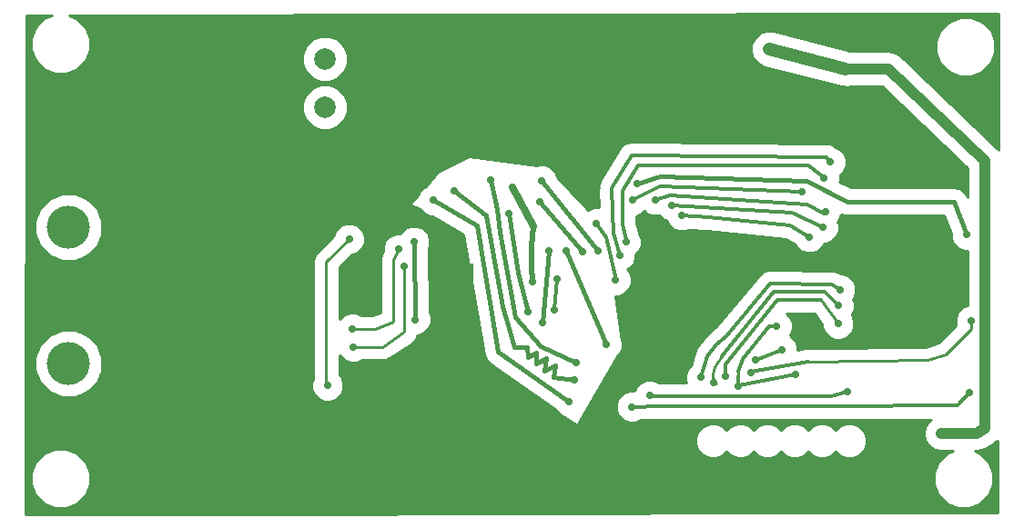
<source format=gbl>
G04 (created by PCBNEW (2013-08-24 BZR 4298)-stable) date Fri 06 Dec 2013 09:15:41 PM PST*
%MOIN*%
G04 Gerber Fmt 3.4, Leading zero omitted, Abs format*
%FSLAX34Y34*%
G01*
G70*
G90*
G04 APERTURE LIST*
%ADD10C,0.005906*%
%ADD11C,0.023622*%
%ADD12R,0.098400X0.098400*%
%ADD13C,0.157480*%
%ADD14C,0.078700*%
%ADD15C,0.027559*%
%ADD16C,0.011811*%
%ADD17C,0.009843*%
%ADD18C,0.027559*%
%ADD19C,0.019685*%
%ADD20C,0.039370*%
%ADD21C,0.047244*%
%ADD22C,0.015748*%
%ADD23C,0.010000*%
G04 APERTURE END LIST*
G54D10*
G54D11*
X26618Y-42019D03*
X26318Y-41719D03*
X26318Y-42319D03*
X26918Y-41719D03*
X26918Y-42319D03*
G54D12*
X26618Y-42019D03*
G54D13*
X12295Y-45200D03*
X12295Y-40200D03*
G54D14*
X21692Y-35791D03*
X21692Y-34019D03*
G54D15*
X38232Y-43826D03*
X38921Y-45590D03*
X36826Y-46023D03*
X31629Y-40059D03*
X32326Y-42133D03*
X29330Y-40153D03*
X28543Y-38716D03*
X29300Y-42200D03*
X37952Y-33661D03*
X44263Y-47763D03*
X24948Y-40736D03*
X25003Y-43582D03*
X32952Y-39208D03*
X39169Y-38881D03*
X29118Y-43299D03*
X28437Y-39708D03*
X30511Y-41062D03*
X31996Y-44500D03*
X43070Y-36500D03*
X25011Y-38610D03*
X18358Y-47059D03*
X21188Y-39149D03*
X28779Y-36082D03*
X18062Y-35464D03*
X23503Y-42952D03*
X30779Y-47940D03*
X42547Y-48905D03*
X34078Y-47921D03*
X39299Y-43511D03*
X39507Y-41377D03*
X31421Y-39299D03*
X12736Y-37224D03*
X38413Y-44685D03*
X37464Y-45066D03*
X22574Y-40629D03*
X21779Y-46000D03*
X30098Y-43232D03*
X30177Y-42106D03*
X30814Y-45787D03*
X26429Y-38858D03*
X30637Y-46586D03*
X25649Y-39208D03*
X29645Y-43700D03*
X29877Y-41062D03*
X30889Y-45165D03*
X27748Y-38472D03*
X29629Y-38488D03*
X31692Y-41074D03*
X45358Y-43633D03*
X37283Y-45527D03*
X36366Y-45669D03*
X40484Y-43740D03*
X40500Y-43066D03*
X35917Y-45889D03*
X40551Y-42480D03*
X35468Y-45708D03*
X45196Y-40468D03*
X33106Y-38590D03*
X33783Y-39192D03*
X40011Y-39625D03*
X32708Y-40744D03*
X39960Y-38389D03*
X32484Y-41216D03*
X40192Y-37807D03*
X39429Y-40559D03*
X34759Y-39755D03*
X34397Y-39397D03*
X39929Y-40200D03*
X45275Y-46263D03*
X32929Y-46779D03*
X33578Y-46374D03*
X40830Y-46220D03*
X24397Y-41007D03*
X22688Y-43921D03*
X24598Y-41637D03*
X22728Y-44582D03*
X29566Y-39271D03*
X31122Y-41082D03*
G54D16*
X36826Y-46023D02*
X36826Y-45653D01*
X37944Y-43826D02*
X38232Y-43826D01*
X36996Y-45043D02*
X37944Y-43826D01*
X36834Y-45480D02*
X36996Y-45043D01*
G54D17*
X36826Y-45653D02*
X36834Y-45480D01*
G54D16*
X36870Y-45980D02*
X38921Y-45590D01*
G54D17*
X36826Y-46023D02*
X36870Y-45980D01*
G54D16*
X31976Y-40570D02*
X31629Y-40059D01*
X32346Y-42114D02*
X31976Y-40570D01*
G54D17*
X32326Y-42133D02*
X32346Y-42114D01*
G54D18*
X28543Y-38716D02*
X29330Y-40153D01*
G54D19*
X29271Y-40905D02*
X29330Y-40153D01*
X29251Y-41620D02*
X29271Y-40905D01*
X29300Y-42200D02*
X29251Y-41620D01*
G54D20*
X40744Y-34385D02*
X42330Y-34385D01*
G54D21*
X37952Y-33661D02*
X40744Y-34385D01*
G54D20*
X45539Y-47763D02*
X44263Y-47763D01*
X45854Y-47578D02*
X45539Y-47763D01*
X45854Y-37763D02*
X45854Y-47578D01*
X42330Y-34385D02*
X45854Y-37763D01*
G54D22*
X24948Y-40736D02*
X25003Y-43582D01*
G54D16*
X39169Y-38881D02*
X33964Y-38696D01*
X33964Y-38696D02*
X32952Y-39208D01*
G54D22*
X29118Y-43299D02*
X28744Y-41854D01*
X28744Y-41854D02*
X28437Y-39708D01*
X31996Y-44500D02*
X30511Y-41062D01*
G54D19*
X25011Y-38610D02*
X25011Y-38570D01*
G54D20*
X28779Y-36082D02*
X28799Y-36062D01*
X18062Y-35464D02*
X18062Y-35523D01*
G54D18*
X23503Y-42952D02*
X23503Y-42964D01*
G54D20*
X42547Y-48905D02*
X42547Y-48885D01*
G54D22*
X34078Y-47921D02*
X34110Y-47937D01*
G54D17*
X39507Y-41377D02*
X39507Y-41370D01*
G54D20*
X12736Y-37224D02*
X12755Y-37224D01*
G54D16*
X37472Y-45074D02*
X38413Y-44685D01*
G54D17*
X37464Y-45066D02*
X37472Y-45074D01*
X21736Y-41468D02*
X22574Y-40629D01*
X21736Y-45956D02*
X21736Y-41468D01*
X21779Y-46000D02*
X21736Y-45956D01*
G54D16*
X30098Y-43232D02*
X30177Y-42106D01*
G54D22*
X30814Y-45787D02*
X30066Y-45688D01*
X30066Y-45688D02*
X30114Y-45267D01*
X30114Y-45267D02*
X29720Y-45452D01*
X29720Y-45452D02*
X29779Y-45011D01*
X29779Y-45011D02*
X29405Y-45204D01*
X29405Y-45204D02*
X29413Y-44791D01*
X29413Y-44791D02*
X29118Y-44976D01*
X29118Y-44976D02*
X29090Y-44590D01*
X29090Y-44590D02*
X28610Y-44590D01*
X28610Y-44590D02*
X28177Y-43094D01*
X27586Y-39759D02*
X26429Y-38858D01*
X28177Y-43094D02*
X27586Y-39759D01*
X30637Y-46586D02*
X28035Y-44775D01*
X28035Y-44775D02*
X27244Y-40114D01*
X27244Y-40114D02*
X25649Y-39208D01*
X29877Y-41062D02*
X29645Y-43700D01*
X30889Y-45165D02*
X29594Y-44574D01*
X29594Y-44574D02*
X28657Y-43507D01*
X28657Y-43507D02*
X28098Y-40362D01*
X27992Y-39515D02*
X27748Y-38472D01*
X28098Y-40362D02*
X27992Y-39515D01*
X31692Y-41074D02*
X29629Y-38488D01*
G54D17*
X45358Y-43925D02*
X45358Y-43633D01*
X44417Y-44866D02*
X45358Y-43925D01*
X43771Y-45074D02*
X44417Y-44866D01*
X39389Y-45118D02*
X43771Y-45074D01*
G54D16*
X37303Y-45507D02*
X39389Y-45118D01*
G54D17*
X37283Y-45527D02*
X37303Y-45507D01*
G54D16*
X36366Y-45220D02*
X36366Y-45669D01*
X38255Y-42846D02*
X36366Y-45220D01*
X39870Y-42846D02*
X38255Y-42846D01*
G54D17*
X40484Y-43740D02*
X39870Y-42846D01*
X35889Y-45562D02*
X35917Y-45889D01*
X35952Y-45338D02*
X35889Y-45562D01*
X36043Y-45157D02*
X35952Y-45338D01*
X36208Y-44921D02*
X36043Y-45157D01*
G54D16*
X38129Y-42574D02*
X36208Y-44921D01*
X40003Y-42574D02*
X38129Y-42574D01*
X40500Y-43066D02*
X40003Y-42574D01*
G54D17*
X35944Y-45917D02*
X36023Y-45917D01*
X35917Y-45889D02*
X35944Y-45917D01*
G54D16*
X35700Y-44940D02*
X35468Y-45708D01*
X36027Y-44500D02*
X35700Y-44940D01*
X36381Y-44185D02*
X36027Y-44500D01*
X38003Y-42251D02*
X36381Y-44185D01*
X40271Y-42295D02*
X38003Y-42251D01*
X40551Y-42480D02*
X40271Y-42295D01*
G54D22*
X44720Y-39255D02*
X45196Y-40468D01*
X40830Y-39255D02*
X44720Y-39255D01*
X39312Y-38494D02*
X40830Y-39255D01*
X33956Y-38334D02*
X39312Y-38494D01*
X33106Y-38590D02*
X33956Y-38334D01*
G54D16*
X34326Y-39039D02*
X33783Y-39192D01*
X39940Y-39696D02*
X39346Y-39354D01*
X39346Y-39354D02*
X34326Y-39039D01*
G54D17*
X40011Y-39625D02*
X39940Y-39696D01*
X39813Y-38269D02*
X39840Y-38269D01*
G54D16*
X39381Y-37933D02*
X39813Y-38269D01*
X32590Y-38862D02*
X32590Y-40090D01*
X33141Y-37933D02*
X32590Y-38862D01*
G54D17*
X32708Y-40744D02*
X32751Y-40799D01*
G54D16*
X32751Y-40799D02*
X32590Y-40090D01*
X33141Y-37933D02*
X39381Y-37933D01*
G54D17*
X39840Y-38269D02*
X39960Y-38389D01*
G54D16*
X32334Y-40645D02*
X32484Y-41216D01*
X32271Y-40413D02*
X32334Y-40645D01*
X32200Y-38763D02*
X32271Y-40413D01*
X32905Y-37566D02*
X32200Y-38763D01*
X40043Y-37618D02*
X32905Y-37566D01*
X40192Y-37807D02*
X40043Y-37618D01*
X38724Y-40145D02*
X39429Y-40559D01*
X35720Y-39838D02*
X38724Y-40145D01*
X34759Y-39755D02*
X35720Y-39838D01*
X38803Y-39657D02*
X34397Y-39397D01*
X39929Y-40200D02*
X38803Y-39657D01*
X40059Y-46759D02*
X44846Y-46744D01*
X44846Y-46744D02*
X45275Y-46263D01*
X33972Y-46759D02*
X40059Y-46759D01*
X32929Y-46779D02*
X33972Y-46759D01*
X40212Y-46389D02*
X40830Y-46220D01*
X33606Y-46401D02*
X40212Y-46389D01*
G54D17*
X33578Y-46374D02*
X33606Y-46401D01*
X23519Y-43921D02*
X22688Y-43921D01*
X24200Y-43661D02*
X23519Y-43921D01*
X24200Y-41409D02*
X24200Y-43661D01*
X24397Y-41007D02*
X24200Y-41409D01*
X23787Y-44582D02*
X22728Y-44582D01*
X24602Y-44039D02*
X23787Y-44582D01*
X24582Y-41653D02*
X24602Y-44039D01*
X24598Y-41637D02*
X24582Y-41653D01*
G54D22*
X29566Y-39271D02*
X31122Y-41082D01*
G54D10*
G36*
X46349Y-32353D02*
X46338Y-37357D01*
X46307Y-37310D01*
X46301Y-37307D01*
X46297Y-37301D01*
X46237Y-37243D01*
X46237Y-33356D01*
X46072Y-32957D01*
X45768Y-32652D01*
X45370Y-32487D01*
X44938Y-32487D01*
X44540Y-32651D01*
X44235Y-32956D01*
X44070Y-33354D01*
X44069Y-33785D01*
X44234Y-34183D01*
X44539Y-34488D01*
X44937Y-34654D01*
X45368Y-34654D01*
X45766Y-34489D01*
X46071Y-34185D01*
X46236Y-33787D01*
X46237Y-33356D01*
X46237Y-37243D01*
X42773Y-33923D01*
X42674Y-33859D01*
X42575Y-33794D01*
X42569Y-33792D01*
X42563Y-33788D01*
X42446Y-33768D01*
X42330Y-33745D01*
X40951Y-33745D01*
X40914Y-33727D01*
X38123Y-33003D01*
X37858Y-32988D01*
X37608Y-33075D01*
X37410Y-33251D01*
X37294Y-33490D01*
X37279Y-33755D01*
X37366Y-34006D01*
X37543Y-34204D01*
X37781Y-34319D01*
X40573Y-35043D01*
X40838Y-35059D01*
X40932Y-35026D01*
X42073Y-35026D01*
X45213Y-38037D01*
X45213Y-39082D01*
X45206Y-39064D01*
X45204Y-39060D01*
X45203Y-39055D01*
X45149Y-38975D01*
X45096Y-38893D01*
X45092Y-38890D01*
X45089Y-38886D01*
X45009Y-38832D01*
X44929Y-38776D01*
X44924Y-38775D01*
X44920Y-38773D01*
X44825Y-38754D01*
X44730Y-38733D01*
X44725Y-38734D01*
X44720Y-38733D01*
X40954Y-38733D01*
X40534Y-38523D01*
X40542Y-38505D01*
X40542Y-38280D01*
X40685Y-38136D01*
X40774Y-37923D01*
X40774Y-37691D01*
X40686Y-37478D01*
X40522Y-37314D01*
X40396Y-37262D01*
X40342Y-37225D01*
X40288Y-37178D01*
X40261Y-37170D01*
X40239Y-37155D01*
X40169Y-37140D01*
X40101Y-37118D01*
X40073Y-37120D01*
X40046Y-37115D01*
X32909Y-37064D01*
X32844Y-37076D01*
X32779Y-37080D01*
X32749Y-37094D01*
X32716Y-37101D01*
X32661Y-37137D01*
X32602Y-37165D01*
X32580Y-37190D01*
X32552Y-37208D01*
X32515Y-37263D01*
X32472Y-37311D01*
X31767Y-38508D01*
X31752Y-38552D01*
X31728Y-38591D01*
X31720Y-38643D01*
X31702Y-38693D01*
X31705Y-38739D01*
X31698Y-38785D01*
X31728Y-39477D01*
X31514Y-39477D01*
X31307Y-39563D01*
X30202Y-38351D01*
X30123Y-38159D01*
X29959Y-37995D01*
X29746Y-37906D01*
X29514Y-37906D01*
X29470Y-37924D01*
X26958Y-37606D01*
X25836Y-38167D01*
X25382Y-38689D01*
X25320Y-38715D01*
X25156Y-38878D01*
X25100Y-39014D01*
X24787Y-39375D01*
X25160Y-39541D01*
X25319Y-39701D01*
X25533Y-39790D01*
X25615Y-39790D01*
X26770Y-40446D01*
X27520Y-44863D01*
X27521Y-44865D01*
X27521Y-44867D01*
X27557Y-44960D01*
X27573Y-45002D01*
X27579Y-45058D01*
X27635Y-45099D01*
X27664Y-45129D01*
X27733Y-45201D01*
X27735Y-45202D01*
X27737Y-45204D01*
X28955Y-46052D01*
X30141Y-46909D01*
X30144Y-46915D01*
X30307Y-47079D01*
X30471Y-47147D01*
X30909Y-47463D01*
X32376Y-44941D01*
X32488Y-44829D01*
X32577Y-44616D01*
X32577Y-44596D01*
X32593Y-44568D01*
X32577Y-44452D01*
X32577Y-44384D01*
X32563Y-44349D01*
X32333Y-42715D01*
X32441Y-42715D01*
X32655Y-42627D01*
X32819Y-42463D01*
X32908Y-42250D01*
X32908Y-42018D01*
X32820Y-41804D01*
X32779Y-41764D01*
X32770Y-41727D01*
X32813Y-41709D01*
X32976Y-41546D01*
X33065Y-41332D01*
X33065Y-41209D01*
X33201Y-41073D01*
X33290Y-40860D01*
X33290Y-40628D01*
X33201Y-40415D01*
X33173Y-40386D01*
X33093Y-40034D01*
X33093Y-39779D01*
X33281Y-39701D01*
X33375Y-39607D01*
X33453Y-39685D01*
X33667Y-39774D01*
X33898Y-39774D01*
X33936Y-39758D01*
X34067Y-39890D01*
X34210Y-39949D01*
X34266Y-40084D01*
X34430Y-40248D01*
X34643Y-40337D01*
X34875Y-40337D01*
X35009Y-40281D01*
X35673Y-40339D01*
X38564Y-40634D01*
X38916Y-40841D01*
X38935Y-40888D01*
X39099Y-41051D01*
X39312Y-41140D01*
X39544Y-41140D01*
X39758Y-41052D01*
X39921Y-40888D01*
X39966Y-40782D01*
X40044Y-40782D01*
X40258Y-40694D01*
X40421Y-40530D01*
X40510Y-40316D01*
X40510Y-40085D01*
X40470Y-39989D01*
X40504Y-39955D01*
X40593Y-39742D01*
X40593Y-39721D01*
X40596Y-39722D01*
X40614Y-39727D01*
X40630Y-39738D01*
X40712Y-39754D01*
X40793Y-39776D01*
X40811Y-39774D01*
X40830Y-39778D01*
X44364Y-39778D01*
X44615Y-40417D01*
X44615Y-40583D01*
X44703Y-40797D01*
X44867Y-40961D01*
X45080Y-41049D01*
X45213Y-41050D01*
X45213Y-43064D01*
X45029Y-43140D01*
X44865Y-43304D01*
X44776Y-43517D01*
X44776Y-43749D01*
X44794Y-43791D01*
X44152Y-44433D01*
X43691Y-44582D01*
X39398Y-44625D01*
X39297Y-44623D01*
X38994Y-44680D01*
X38994Y-44569D01*
X38906Y-44356D01*
X38743Y-44192D01*
X38705Y-44176D01*
X38724Y-44156D01*
X38813Y-43942D01*
X38813Y-43711D01*
X38725Y-43497D01*
X38577Y-43349D01*
X39617Y-43349D01*
X39902Y-43764D01*
X39902Y-43855D01*
X39990Y-44069D01*
X40154Y-44232D01*
X40368Y-44321D01*
X40599Y-44321D01*
X40813Y-44233D01*
X40976Y-44069D01*
X41065Y-43856D01*
X41065Y-43624D01*
X40977Y-43411D01*
X40992Y-43396D01*
X41081Y-43183D01*
X41081Y-42951D01*
X41029Y-42824D01*
X41043Y-42810D01*
X41132Y-42596D01*
X41132Y-42365D01*
X41044Y-42151D01*
X40881Y-41987D01*
X40667Y-41898D01*
X40583Y-41898D01*
X40549Y-41876D01*
X40508Y-41859D01*
X40472Y-41834D01*
X40418Y-41822D01*
X40367Y-41801D01*
X40323Y-41801D01*
X40281Y-41792D01*
X38013Y-41749D01*
X37986Y-41754D01*
X37960Y-41751D01*
X37891Y-41771D01*
X37820Y-41783D01*
X37797Y-41798D01*
X37771Y-41806D01*
X37715Y-41850D01*
X37655Y-41889D01*
X37639Y-41911D01*
X37618Y-41928D01*
X36020Y-43833D01*
X35693Y-44124D01*
X35662Y-44165D01*
X35623Y-44200D01*
X35296Y-44641D01*
X35260Y-44719D01*
X35219Y-44795D01*
X35072Y-45282D01*
X34975Y-45378D01*
X34887Y-45592D01*
X34886Y-45823D01*
X34916Y-45896D01*
X33925Y-45898D01*
X33908Y-45881D01*
X33694Y-45792D01*
X33463Y-45792D01*
X33249Y-45880D01*
X33086Y-46044D01*
X33022Y-46198D01*
X32813Y-46197D01*
X32600Y-46286D01*
X32436Y-46449D01*
X32347Y-46663D01*
X32347Y-46894D01*
X32435Y-47108D01*
X32599Y-47272D01*
X32812Y-47360D01*
X33044Y-47361D01*
X33249Y-47276D01*
X33977Y-47262D01*
X40059Y-47262D01*
X40059Y-47262D01*
X40060Y-47262D01*
X43901Y-47249D01*
X43810Y-47310D01*
X43671Y-47518D01*
X43623Y-47763D01*
X43671Y-48008D01*
X43810Y-48216D01*
X44018Y-48355D01*
X44263Y-48404D01*
X44674Y-48404D01*
X44465Y-48490D01*
X44160Y-48794D01*
X43995Y-49192D01*
X43995Y-49624D01*
X44159Y-50022D01*
X44464Y-50327D01*
X44862Y-50492D01*
X45293Y-50493D01*
X45691Y-50328D01*
X45996Y-50023D01*
X46162Y-49625D01*
X46162Y-49194D01*
X45997Y-48796D01*
X45693Y-48491D01*
X45483Y-48404D01*
X45539Y-48404D01*
X45583Y-48395D01*
X45627Y-48398D01*
X45704Y-48371D01*
X45784Y-48355D01*
X45821Y-48330D01*
X45863Y-48316D01*
X46178Y-48131D01*
X46239Y-48076D01*
X46307Y-48031D01*
X46314Y-48021D01*
X46308Y-50658D01*
X41534Y-50670D01*
X41534Y-47904D01*
X41436Y-47669D01*
X41256Y-47488D01*
X41021Y-47391D01*
X40766Y-47390D01*
X40531Y-47488D01*
X40393Y-47625D01*
X40256Y-47488D01*
X40021Y-47391D01*
X39766Y-47390D01*
X39531Y-47488D01*
X39395Y-47623D01*
X39260Y-47488D01*
X39025Y-47391D01*
X38770Y-47390D01*
X38535Y-47488D01*
X38397Y-47625D01*
X38260Y-47488D01*
X38025Y-47391D01*
X37770Y-47390D01*
X37535Y-47488D01*
X37399Y-47623D01*
X37264Y-47488D01*
X37029Y-47391D01*
X36774Y-47390D01*
X36539Y-47488D01*
X36401Y-47625D01*
X36264Y-47488D01*
X36029Y-47391D01*
X35774Y-47390D01*
X35539Y-47488D01*
X35358Y-47668D01*
X35261Y-47903D01*
X35260Y-48158D01*
X35358Y-48393D01*
X35538Y-48574D01*
X35773Y-48671D01*
X36028Y-48672D01*
X36263Y-48574D01*
X36401Y-48437D01*
X36538Y-48574D01*
X36773Y-48671D01*
X37028Y-48672D01*
X37263Y-48574D01*
X37399Y-48439D01*
X37534Y-48574D01*
X37769Y-48671D01*
X38024Y-48672D01*
X38259Y-48574D01*
X38397Y-48437D01*
X38534Y-48574D01*
X38769Y-48671D01*
X39024Y-48672D01*
X39259Y-48574D01*
X39395Y-48439D01*
X39530Y-48574D01*
X39765Y-48671D01*
X40020Y-48672D01*
X40255Y-48574D01*
X40393Y-48437D01*
X40530Y-48574D01*
X40765Y-48671D01*
X41020Y-48672D01*
X41255Y-48574D01*
X41436Y-48394D01*
X41534Y-48159D01*
X41534Y-47904D01*
X41534Y-50670D01*
X25585Y-50711D01*
X25585Y-43467D01*
X25521Y-43311D01*
X25476Y-40982D01*
X25530Y-40852D01*
X25530Y-40621D01*
X25442Y-40407D01*
X25278Y-40243D01*
X25064Y-40154D01*
X24833Y-40154D01*
X24619Y-40242D01*
X24456Y-40406D01*
X24447Y-40426D01*
X24282Y-40426D01*
X24068Y-40514D01*
X23904Y-40678D01*
X23816Y-40891D01*
X23816Y-41074D01*
X23758Y-41192D01*
X23754Y-41207D01*
X23745Y-41220D01*
X23729Y-41300D01*
X23708Y-41378D01*
X23710Y-41393D01*
X23707Y-41409D01*
X23707Y-43321D01*
X23428Y-43428D01*
X23018Y-43428D01*
X22805Y-43339D01*
X22573Y-43339D01*
X22360Y-43428D01*
X22229Y-43558D01*
X22229Y-41672D01*
X22690Y-41211D01*
X22903Y-41123D01*
X23067Y-40959D01*
X23156Y-40746D01*
X23156Y-40514D01*
X23068Y-40300D01*
X22904Y-40137D01*
X22690Y-40048D01*
X22530Y-40048D01*
X22530Y-35625D01*
X22530Y-33853D01*
X22403Y-33546D01*
X22167Y-33310D01*
X21860Y-33182D01*
X21527Y-33182D01*
X21219Y-33309D01*
X20983Y-33544D01*
X20855Y-33852D01*
X20855Y-34185D01*
X20982Y-34493D01*
X21218Y-34728D01*
X21525Y-34856D01*
X21858Y-34856D01*
X22166Y-34729D01*
X22402Y-34494D01*
X22529Y-34186D01*
X22530Y-33853D01*
X22530Y-35625D01*
X22403Y-35318D01*
X22167Y-35082D01*
X21860Y-34954D01*
X21527Y-34954D01*
X21219Y-35081D01*
X20983Y-35316D01*
X20855Y-35624D01*
X20855Y-35957D01*
X20982Y-36265D01*
X21218Y-36500D01*
X21525Y-36628D01*
X21858Y-36628D01*
X22166Y-36501D01*
X22402Y-36266D01*
X22529Y-35958D01*
X22530Y-35625D01*
X22530Y-40048D01*
X22459Y-40048D01*
X22245Y-40136D01*
X22082Y-40300D01*
X21993Y-40513D01*
X21993Y-40514D01*
X21387Y-41119D01*
X21280Y-41279D01*
X21243Y-41468D01*
X21243Y-45775D01*
X21198Y-45883D01*
X21197Y-46115D01*
X21286Y-46328D01*
X21449Y-46492D01*
X21663Y-46581D01*
X21894Y-46581D01*
X22108Y-46493D01*
X22272Y-46329D01*
X22360Y-46116D01*
X22361Y-45884D01*
X22272Y-45671D01*
X22229Y-45627D01*
X22229Y-44897D01*
X22235Y-44911D01*
X22398Y-45075D01*
X22612Y-45164D01*
X22843Y-45164D01*
X23057Y-45075D01*
X23057Y-45075D01*
X23787Y-45075D01*
X23834Y-45066D01*
X23883Y-45066D01*
X23928Y-45047D01*
X23976Y-45038D01*
X24016Y-45011D01*
X24060Y-44992D01*
X24875Y-44449D01*
X24911Y-44413D01*
X24953Y-44385D01*
X24979Y-44346D01*
X25011Y-44313D01*
X25031Y-44266D01*
X25059Y-44224D01*
X25067Y-44178D01*
X25073Y-44164D01*
X25119Y-44164D01*
X25332Y-44075D01*
X25496Y-43912D01*
X25585Y-43698D01*
X25585Y-43467D01*
X25585Y-50711D01*
X23090Y-50717D01*
X13526Y-50717D01*
X13526Y-44956D01*
X13526Y-39956D01*
X13339Y-39504D01*
X12993Y-39157D01*
X12541Y-38969D01*
X12051Y-38969D01*
X11598Y-39156D01*
X11252Y-39502D01*
X11064Y-39954D01*
X11063Y-40444D01*
X11250Y-40897D01*
X11597Y-41243D01*
X12049Y-41431D01*
X12539Y-41432D01*
X12991Y-41245D01*
X13338Y-40899D01*
X13526Y-40446D01*
X13526Y-39956D01*
X13526Y-44956D01*
X13339Y-44504D01*
X12993Y-44157D01*
X12541Y-43969D01*
X12051Y-43969D01*
X11598Y-44156D01*
X11252Y-44502D01*
X11064Y-44954D01*
X11063Y-45444D01*
X11250Y-45897D01*
X11597Y-46243D01*
X12049Y-46431D01*
X12539Y-46432D01*
X12991Y-46245D01*
X13338Y-45899D01*
X13526Y-45446D01*
X13526Y-44956D01*
X13526Y-50717D01*
X13091Y-50717D01*
X13091Y-49194D01*
X12926Y-48796D01*
X12622Y-48491D01*
X12224Y-48326D01*
X11793Y-48325D01*
X11394Y-48490D01*
X11089Y-48794D01*
X10924Y-49192D01*
X10924Y-49624D01*
X11088Y-50022D01*
X11393Y-50327D01*
X11791Y-50492D01*
X12222Y-50493D01*
X12620Y-50328D01*
X12925Y-50023D01*
X13091Y-49625D01*
X13091Y-49194D01*
X13091Y-50717D01*
X10731Y-50717D01*
X10758Y-32419D01*
X11703Y-32418D01*
X11394Y-32545D01*
X11089Y-32850D01*
X10924Y-33248D01*
X10924Y-33679D01*
X11088Y-34077D01*
X11393Y-34382D01*
X11791Y-34547D01*
X12222Y-34548D01*
X12620Y-34383D01*
X12925Y-34079D01*
X13091Y-33681D01*
X13091Y-33249D01*
X12926Y-32851D01*
X12622Y-32546D01*
X12310Y-32416D01*
X44795Y-32353D01*
X46349Y-32353D01*
X46349Y-32353D01*
G37*
G54D23*
X46349Y-32353D02*
X46338Y-37357D01*
X46307Y-37310D01*
X46301Y-37307D01*
X46297Y-37301D01*
X46237Y-37243D01*
X46237Y-33356D01*
X46072Y-32957D01*
X45768Y-32652D01*
X45370Y-32487D01*
X44938Y-32487D01*
X44540Y-32651D01*
X44235Y-32956D01*
X44070Y-33354D01*
X44069Y-33785D01*
X44234Y-34183D01*
X44539Y-34488D01*
X44937Y-34654D01*
X45368Y-34654D01*
X45766Y-34489D01*
X46071Y-34185D01*
X46236Y-33787D01*
X46237Y-33356D01*
X46237Y-37243D01*
X42773Y-33923D01*
X42674Y-33859D01*
X42575Y-33794D01*
X42569Y-33792D01*
X42563Y-33788D01*
X42446Y-33768D01*
X42330Y-33745D01*
X40951Y-33745D01*
X40914Y-33727D01*
X38123Y-33003D01*
X37858Y-32988D01*
X37608Y-33075D01*
X37410Y-33251D01*
X37294Y-33490D01*
X37279Y-33755D01*
X37366Y-34006D01*
X37543Y-34204D01*
X37781Y-34319D01*
X40573Y-35043D01*
X40838Y-35059D01*
X40932Y-35026D01*
X42073Y-35026D01*
X45213Y-38037D01*
X45213Y-39082D01*
X45206Y-39064D01*
X45204Y-39060D01*
X45203Y-39055D01*
X45149Y-38975D01*
X45096Y-38893D01*
X45092Y-38890D01*
X45089Y-38886D01*
X45009Y-38832D01*
X44929Y-38776D01*
X44924Y-38775D01*
X44920Y-38773D01*
X44825Y-38754D01*
X44730Y-38733D01*
X44725Y-38734D01*
X44720Y-38733D01*
X40954Y-38733D01*
X40534Y-38523D01*
X40542Y-38505D01*
X40542Y-38280D01*
X40685Y-38136D01*
X40774Y-37923D01*
X40774Y-37691D01*
X40686Y-37478D01*
X40522Y-37314D01*
X40396Y-37262D01*
X40342Y-37225D01*
X40288Y-37178D01*
X40261Y-37170D01*
X40239Y-37155D01*
X40169Y-37140D01*
X40101Y-37118D01*
X40073Y-37120D01*
X40046Y-37115D01*
X32909Y-37064D01*
X32844Y-37076D01*
X32779Y-37080D01*
X32749Y-37094D01*
X32716Y-37101D01*
X32661Y-37137D01*
X32602Y-37165D01*
X32580Y-37190D01*
X32552Y-37208D01*
X32515Y-37263D01*
X32472Y-37311D01*
X31767Y-38508D01*
X31752Y-38552D01*
X31728Y-38591D01*
X31720Y-38643D01*
X31702Y-38693D01*
X31705Y-38739D01*
X31698Y-38785D01*
X31728Y-39477D01*
X31514Y-39477D01*
X31307Y-39563D01*
X30202Y-38351D01*
X30123Y-38159D01*
X29959Y-37995D01*
X29746Y-37906D01*
X29514Y-37906D01*
X29470Y-37924D01*
X26958Y-37606D01*
X25836Y-38167D01*
X25382Y-38689D01*
X25320Y-38715D01*
X25156Y-38878D01*
X25100Y-39014D01*
X24787Y-39375D01*
X25160Y-39541D01*
X25319Y-39701D01*
X25533Y-39790D01*
X25615Y-39790D01*
X26770Y-40446D01*
X27520Y-44863D01*
X27521Y-44865D01*
X27521Y-44867D01*
X27557Y-44960D01*
X27573Y-45002D01*
X27579Y-45058D01*
X27635Y-45099D01*
X27664Y-45129D01*
X27733Y-45201D01*
X27735Y-45202D01*
X27737Y-45204D01*
X28955Y-46052D01*
X30141Y-46909D01*
X30144Y-46915D01*
X30307Y-47079D01*
X30471Y-47147D01*
X30909Y-47463D01*
X32376Y-44941D01*
X32488Y-44829D01*
X32577Y-44616D01*
X32577Y-44596D01*
X32593Y-44568D01*
X32577Y-44452D01*
X32577Y-44384D01*
X32563Y-44349D01*
X32333Y-42715D01*
X32441Y-42715D01*
X32655Y-42627D01*
X32819Y-42463D01*
X32908Y-42250D01*
X32908Y-42018D01*
X32820Y-41804D01*
X32779Y-41764D01*
X32770Y-41727D01*
X32813Y-41709D01*
X32976Y-41546D01*
X33065Y-41332D01*
X33065Y-41209D01*
X33201Y-41073D01*
X33290Y-40860D01*
X33290Y-40628D01*
X33201Y-40415D01*
X33173Y-40386D01*
X33093Y-40034D01*
X33093Y-39779D01*
X33281Y-39701D01*
X33375Y-39607D01*
X33453Y-39685D01*
X33667Y-39774D01*
X33898Y-39774D01*
X33936Y-39758D01*
X34067Y-39890D01*
X34210Y-39949D01*
X34266Y-40084D01*
X34430Y-40248D01*
X34643Y-40337D01*
X34875Y-40337D01*
X35009Y-40281D01*
X35673Y-40339D01*
X38564Y-40634D01*
X38916Y-40841D01*
X38935Y-40888D01*
X39099Y-41051D01*
X39312Y-41140D01*
X39544Y-41140D01*
X39758Y-41052D01*
X39921Y-40888D01*
X39966Y-40782D01*
X40044Y-40782D01*
X40258Y-40694D01*
X40421Y-40530D01*
X40510Y-40316D01*
X40510Y-40085D01*
X40470Y-39989D01*
X40504Y-39955D01*
X40593Y-39742D01*
X40593Y-39721D01*
X40596Y-39722D01*
X40614Y-39727D01*
X40630Y-39738D01*
X40712Y-39754D01*
X40793Y-39776D01*
X40811Y-39774D01*
X40830Y-39778D01*
X44364Y-39778D01*
X44615Y-40417D01*
X44615Y-40583D01*
X44703Y-40797D01*
X44867Y-40961D01*
X45080Y-41049D01*
X45213Y-41050D01*
X45213Y-43064D01*
X45029Y-43140D01*
X44865Y-43304D01*
X44776Y-43517D01*
X44776Y-43749D01*
X44794Y-43791D01*
X44152Y-44433D01*
X43691Y-44582D01*
X39398Y-44625D01*
X39297Y-44623D01*
X38994Y-44680D01*
X38994Y-44569D01*
X38906Y-44356D01*
X38743Y-44192D01*
X38705Y-44176D01*
X38724Y-44156D01*
X38813Y-43942D01*
X38813Y-43711D01*
X38725Y-43497D01*
X38577Y-43349D01*
X39617Y-43349D01*
X39902Y-43764D01*
X39902Y-43855D01*
X39990Y-44069D01*
X40154Y-44232D01*
X40368Y-44321D01*
X40599Y-44321D01*
X40813Y-44233D01*
X40976Y-44069D01*
X41065Y-43856D01*
X41065Y-43624D01*
X40977Y-43411D01*
X40992Y-43396D01*
X41081Y-43183D01*
X41081Y-42951D01*
X41029Y-42824D01*
X41043Y-42810D01*
X41132Y-42596D01*
X41132Y-42365D01*
X41044Y-42151D01*
X40881Y-41987D01*
X40667Y-41898D01*
X40583Y-41898D01*
X40549Y-41876D01*
X40508Y-41859D01*
X40472Y-41834D01*
X40418Y-41822D01*
X40367Y-41801D01*
X40323Y-41801D01*
X40281Y-41792D01*
X38013Y-41749D01*
X37986Y-41754D01*
X37960Y-41751D01*
X37891Y-41771D01*
X37820Y-41783D01*
X37797Y-41798D01*
X37771Y-41806D01*
X37715Y-41850D01*
X37655Y-41889D01*
X37639Y-41911D01*
X37618Y-41928D01*
X36020Y-43833D01*
X35693Y-44124D01*
X35662Y-44165D01*
X35623Y-44200D01*
X35296Y-44641D01*
X35260Y-44719D01*
X35219Y-44795D01*
X35072Y-45282D01*
X34975Y-45378D01*
X34887Y-45592D01*
X34886Y-45823D01*
X34916Y-45896D01*
X33925Y-45898D01*
X33908Y-45881D01*
X33694Y-45792D01*
X33463Y-45792D01*
X33249Y-45880D01*
X33086Y-46044D01*
X33022Y-46198D01*
X32813Y-46197D01*
X32600Y-46286D01*
X32436Y-46449D01*
X32347Y-46663D01*
X32347Y-46894D01*
X32435Y-47108D01*
X32599Y-47272D01*
X32812Y-47360D01*
X33044Y-47361D01*
X33249Y-47276D01*
X33977Y-47262D01*
X40059Y-47262D01*
X40059Y-47262D01*
X40060Y-47262D01*
X43901Y-47249D01*
X43810Y-47310D01*
X43671Y-47518D01*
X43623Y-47763D01*
X43671Y-48008D01*
X43810Y-48216D01*
X44018Y-48355D01*
X44263Y-48404D01*
X44674Y-48404D01*
X44465Y-48490D01*
X44160Y-48794D01*
X43995Y-49192D01*
X43995Y-49624D01*
X44159Y-50022D01*
X44464Y-50327D01*
X44862Y-50492D01*
X45293Y-50493D01*
X45691Y-50328D01*
X45996Y-50023D01*
X46162Y-49625D01*
X46162Y-49194D01*
X45997Y-48796D01*
X45693Y-48491D01*
X45483Y-48404D01*
X45539Y-48404D01*
X45583Y-48395D01*
X45627Y-48398D01*
X45704Y-48371D01*
X45784Y-48355D01*
X45821Y-48330D01*
X45863Y-48316D01*
X46178Y-48131D01*
X46239Y-48076D01*
X46307Y-48031D01*
X46314Y-48021D01*
X46308Y-50658D01*
X41534Y-50670D01*
X41534Y-47904D01*
X41436Y-47669D01*
X41256Y-47488D01*
X41021Y-47391D01*
X40766Y-47390D01*
X40531Y-47488D01*
X40393Y-47625D01*
X40256Y-47488D01*
X40021Y-47391D01*
X39766Y-47390D01*
X39531Y-47488D01*
X39395Y-47623D01*
X39260Y-47488D01*
X39025Y-47391D01*
X38770Y-47390D01*
X38535Y-47488D01*
X38397Y-47625D01*
X38260Y-47488D01*
X38025Y-47391D01*
X37770Y-47390D01*
X37535Y-47488D01*
X37399Y-47623D01*
X37264Y-47488D01*
X37029Y-47391D01*
X36774Y-47390D01*
X36539Y-47488D01*
X36401Y-47625D01*
X36264Y-47488D01*
X36029Y-47391D01*
X35774Y-47390D01*
X35539Y-47488D01*
X35358Y-47668D01*
X35261Y-47903D01*
X35260Y-48158D01*
X35358Y-48393D01*
X35538Y-48574D01*
X35773Y-48671D01*
X36028Y-48672D01*
X36263Y-48574D01*
X36401Y-48437D01*
X36538Y-48574D01*
X36773Y-48671D01*
X37028Y-48672D01*
X37263Y-48574D01*
X37399Y-48439D01*
X37534Y-48574D01*
X37769Y-48671D01*
X38024Y-48672D01*
X38259Y-48574D01*
X38397Y-48437D01*
X38534Y-48574D01*
X38769Y-48671D01*
X39024Y-48672D01*
X39259Y-48574D01*
X39395Y-48439D01*
X39530Y-48574D01*
X39765Y-48671D01*
X40020Y-48672D01*
X40255Y-48574D01*
X40393Y-48437D01*
X40530Y-48574D01*
X40765Y-48671D01*
X41020Y-48672D01*
X41255Y-48574D01*
X41436Y-48394D01*
X41534Y-48159D01*
X41534Y-47904D01*
X41534Y-50670D01*
X25585Y-50711D01*
X25585Y-43467D01*
X25521Y-43311D01*
X25476Y-40982D01*
X25530Y-40852D01*
X25530Y-40621D01*
X25442Y-40407D01*
X25278Y-40243D01*
X25064Y-40154D01*
X24833Y-40154D01*
X24619Y-40242D01*
X24456Y-40406D01*
X24447Y-40426D01*
X24282Y-40426D01*
X24068Y-40514D01*
X23904Y-40678D01*
X23816Y-40891D01*
X23816Y-41074D01*
X23758Y-41192D01*
X23754Y-41207D01*
X23745Y-41220D01*
X23729Y-41300D01*
X23708Y-41378D01*
X23710Y-41393D01*
X23707Y-41409D01*
X23707Y-43321D01*
X23428Y-43428D01*
X23018Y-43428D01*
X22805Y-43339D01*
X22573Y-43339D01*
X22360Y-43428D01*
X22229Y-43558D01*
X22229Y-41672D01*
X22690Y-41211D01*
X22903Y-41123D01*
X23067Y-40959D01*
X23156Y-40746D01*
X23156Y-40514D01*
X23068Y-40300D01*
X22904Y-40137D01*
X22690Y-40048D01*
X22530Y-40048D01*
X22530Y-35625D01*
X22530Y-33853D01*
X22403Y-33546D01*
X22167Y-33310D01*
X21860Y-33182D01*
X21527Y-33182D01*
X21219Y-33309D01*
X20983Y-33544D01*
X20855Y-33852D01*
X20855Y-34185D01*
X20982Y-34493D01*
X21218Y-34728D01*
X21525Y-34856D01*
X21858Y-34856D01*
X22166Y-34729D01*
X22402Y-34494D01*
X22529Y-34186D01*
X22530Y-33853D01*
X22530Y-35625D01*
X22403Y-35318D01*
X22167Y-35082D01*
X21860Y-34954D01*
X21527Y-34954D01*
X21219Y-35081D01*
X20983Y-35316D01*
X20855Y-35624D01*
X20855Y-35957D01*
X20982Y-36265D01*
X21218Y-36500D01*
X21525Y-36628D01*
X21858Y-36628D01*
X22166Y-36501D01*
X22402Y-36266D01*
X22529Y-35958D01*
X22530Y-35625D01*
X22530Y-40048D01*
X22459Y-40048D01*
X22245Y-40136D01*
X22082Y-40300D01*
X21993Y-40513D01*
X21993Y-40514D01*
X21387Y-41119D01*
X21280Y-41279D01*
X21243Y-41468D01*
X21243Y-45775D01*
X21198Y-45883D01*
X21197Y-46115D01*
X21286Y-46328D01*
X21449Y-46492D01*
X21663Y-46581D01*
X21894Y-46581D01*
X22108Y-46493D01*
X22272Y-46329D01*
X22360Y-46116D01*
X22361Y-45884D01*
X22272Y-45671D01*
X22229Y-45627D01*
X22229Y-44897D01*
X22235Y-44911D01*
X22398Y-45075D01*
X22612Y-45164D01*
X22843Y-45164D01*
X23057Y-45075D01*
X23057Y-45075D01*
X23787Y-45075D01*
X23834Y-45066D01*
X23883Y-45066D01*
X23928Y-45047D01*
X23976Y-45038D01*
X24016Y-45011D01*
X24060Y-44992D01*
X24875Y-44449D01*
X24911Y-44413D01*
X24953Y-44385D01*
X24979Y-44346D01*
X25011Y-44313D01*
X25031Y-44266D01*
X25059Y-44224D01*
X25067Y-44178D01*
X25073Y-44164D01*
X25119Y-44164D01*
X25332Y-44075D01*
X25496Y-43912D01*
X25585Y-43698D01*
X25585Y-43467D01*
X25585Y-50711D01*
X23090Y-50717D01*
X13526Y-50717D01*
X13526Y-44956D01*
X13526Y-39956D01*
X13339Y-39504D01*
X12993Y-39157D01*
X12541Y-38969D01*
X12051Y-38969D01*
X11598Y-39156D01*
X11252Y-39502D01*
X11064Y-39954D01*
X11063Y-40444D01*
X11250Y-40897D01*
X11597Y-41243D01*
X12049Y-41431D01*
X12539Y-41432D01*
X12991Y-41245D01*
X13338Y-40899D01*
X13526Y-40446D01*
X13526Y-39956D01*
X13526Y-44956D01*
X13339Y-44504D01*
X12993Y-44157D01*
X12541Y-43969D01*
X12051Y-43969D01*
X11598Y-44156D01*
X11252Y-44502D01*
X11064Y-44954D01*
X11063Y-45444D01*
X11250Y-45897D01*
X11597Y-46243D01*
X12049Y-46431D01*
X12539Y-46432D01*
X12991Y-46245D01*
X13338Y-45899D01*
X13526Y-45446D01*
X13526Y-44956D01*
X13526Y-50717D01*
X13091Y-50717D01*
X13091Y-49194D01*
X12926Y-48796D01*
X12622Y-48491D01*
X12224Y-48326D01*
X11793Y-48325D01*
X11394Y-48490D01*
X11089Y-48794D01*
X10924Y-49192D01*
X10924Y-49624D01*
X11088Y-50022D01*
X11393Y-50327D01*
X11791Y-50492D01*
X12222Y-50493D01*
X12620Y-50328D01*
X12925Y-50023D01*
X13091Y-49625D01*
X13091Y-49194D01*
X13091Y-50717D01*
X10731Y-50717D01*
X10758Y-32419D01*
X11703Y-32418D01*
X11394Y-32545D01*
X11089Y-32850D01*
X10924Y-33248D01*
X10924Y-33679D01*
X11088Y-34077D01*
X11393Y-34382D01*
X11791Y-34547D01*
X12222Y-34548D01*
X12620Y-34383D01*
X12925Y-34079D01*
X13091Y-33681D01*
X13091Y-33249D01*
X12926Y-32851D01*
X12622Y-32546D01*
X12310Y-32416D01*
X44795Y-32353D01*
X46349Y-32353D01*
M02*

</source>
